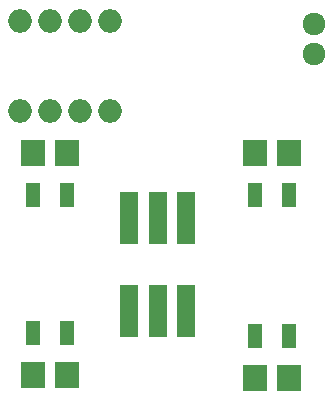
<source format=gbr>
G04 #@! TF.FileFunction,Soldermask,Top*
%FSLAX46Y46*%
G04 Gerber Fmt 4.6, Leading zero omitted, Abs format (unit mm)*
G04 Created by KiCad (PCBNEW 4.0.5+dfsg1-4) date Thu Mar 22 11:03:11 2018*
%MOMM*%
%LPD*%
G01*
G04 APERTURE LIST*
%ADD10C,0.100000*%
%ADD11O,2.000000X2.000000*%
%ADD12R,1.997660X2.200860*%
%ADD13R,1.300000X2.100000*%
%ADD14C,1.924000*%
%ADD15R,1.600000X4.400000*%
G04 APERTURE END LIST*
D10*
D11*
X122936000Y-84074000D03*
X125476000Y-84074000D03*
X128016000Y-84074000D03*
X130556000Y-84074000D03*
X130556000Y-76454000D03*
X128016000Y-76454000D03*
X125476000Y-76454000D03*
X122936000Y-76454000D03*
D12*
X126895860Y-106426000D03*
X124056140Y-106426000D03*
X145691860Y-106680000D03*
X142852140Y-106680000D03*
X145691860Y-87630000D03*
X142852140Y-87630000D03*
X126895860Y-87630000D03*
X124056140Y-87630000D03*
D13*
X124026000Y-102870000D03*
X126926000Y-102870000D03*
X142822000Y-103124000D03*
X145722000Y-103124000D03*
X126926000Y-91186000D03*
X124026000Y-91186000D03*
X142822000Y-91186000D03*
X145722000Y-91186000D03*
D14*
X147828000Y-79248000D03*
X147828000Y-76708000D03*
D15*
X137033000Y-100965000D03*
X134620000Y-100965000D03*
X132207000Y-100965000D03*
X134620000Y-93091000D03*
X137033000Y-93091000D03*
X132207000Y-93091000D03*
M02*

</source>
